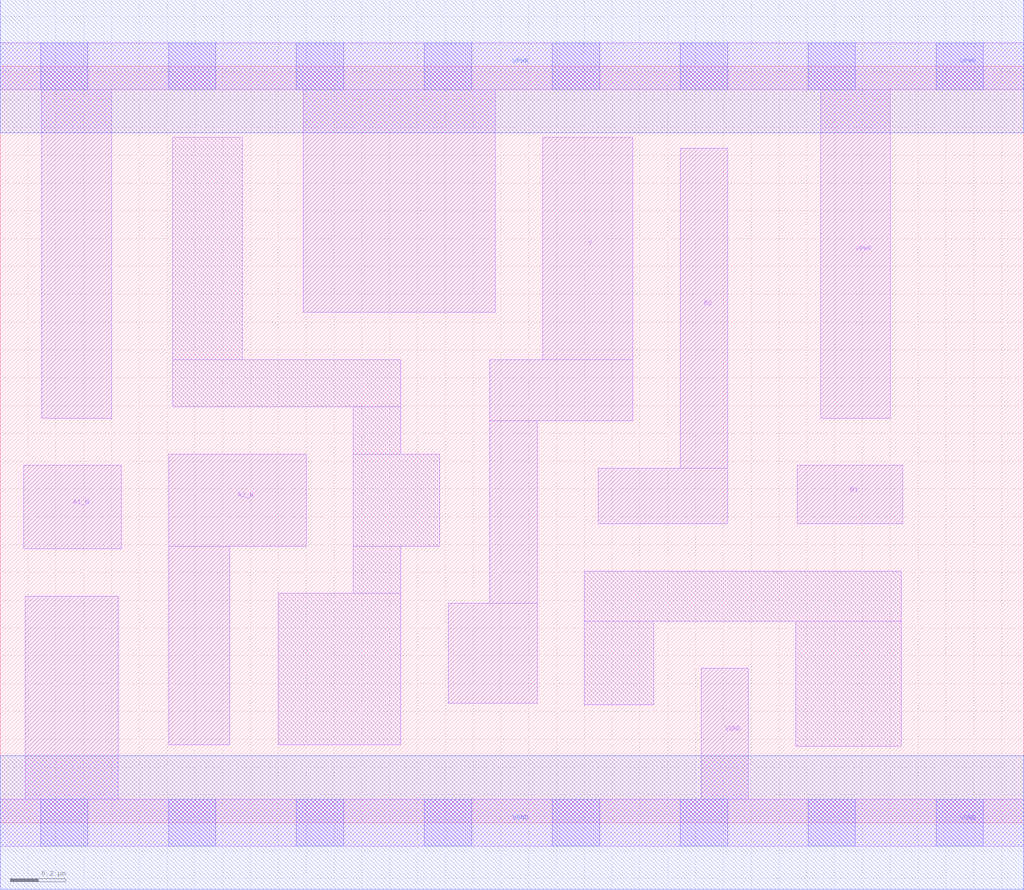
<source format=lef>
# Copyright 2020 The SkyWater PDK Authors
#
# Licensed under the Apache License, Version 2.0 (the "License");
# you may not use this file except in compliance with the License.
# You may obtain a copy of the License at
#
#     https://www.apache.org/licenses/LICENSE-2.0
#
# Unless required by applicable law or agreed to in writing, software
# distributed under the License is distributed on an "AS IS" BASIS,
# WITHOUT WARRANTIES OR CONDITIONS OF ANY KIND, either express or implied.
# See the License for the specific language governing permissions and
# limitations under the License.
#
# SPDX-License-Identifier: Apache-2.0

VERSION 5.7 ;
  NAMESCASESENSITIVE ON ;
  NOWIREEXTENSIONATPIN ON ;
  DIVIDERCHAR "/" ;
  BUSBITCHARS "[]" ;
UNITS
  DATABASE MICRONS 200 ;
END UNITS
PROPERTYDEFINITIONS
  MACRO maskLayoutSubType STRING ;
  MACRO prCellType STRING ;
  MACRO originalViewName STRING ;
END PROPERTYDEFINITIONS
MACRO sky130_fd_sc_hdll__o2bb2ai_1
  CLASS CORE ;
  FOREIGN sky130_fd_sc_hdll__o2bb2ai_1 ;
  ORIGIN  0.000000  0.000000 ;
  SIZE  3.680000 BY  2.720000 ;
  SYMMETRY X Y R90 ;
  SITE unithd ;
  PIN A1_N
    ANTENNAGATEAREA  0.277500 ;
    DIRECTION INPUT ;
    USE SIGNAL ;
    PORT
      LAYER li1 ;
        RECT 0.085000 0.985000 0.435000 1.285000 ;
    END
  END A1_N
  PIN A2_N
    ANTENNAGATEAREA  0.277500 ;
    DIRECTION INPUT ;
    USE SIGNAL ;
    PORT
      LAYER li1 ;
        RECT 0.605000 0.280000 0.825000 0.995000 ;
        RECT 0.605000 0.995000 1.100000 1.325000 ;
    END
  END A2_N
  PIN B1
    ANTENNAGATEAREA  0.277500 ;
    DIRECTION INPUT ;
    USE SIGNAL ;
    PORT
      LAYER li1 ;
        RECT 2.865000 1.075000 3.245000 1.285000 ;
    END
  END B1
  PIN B2
    ANTENNAGATEAREA  0.277500 ;
    DIRECTION INPUT ;
    USE SIGNAL ;
    PORT
      LAYER li1 ;
        RECT 2.150000 1.075000 2.615000 1.275000 ;
        RECT 2.445000 1.275000 2.615000 2.425000 ;
    END
  END B2
  PIN Y
    ANTENNADIFFAREA  0.485500 ;
    DIRECTION OUTPUT ;
    USE SIGNAL ;
    PORT
      LAYER li1 ;
        RECT 1.610000 0.430000 1.930000 0.790000 ;
        RECT 1.760000 0.790000 1.930000 1.445000 ;
        RECT 1.760000 1.445000 2.275000 1.665000 ;
        RECT 1.950000 1.665000 2.275000 2.465000 ;
    END
  END Y
  PIN VGND
    DIRECTION INOUT ;
    USE GROUND ;
    PORT
      LAYER li1 ;
        RECT 0.000000 -0.085000 3.680000 0.085000 ;
        RECT 0.090000  0.085000 0.425000 0.815000 ;
        RECT 2.520000  0.085000 2.690000 0.555000 ;
      LAYER mcon ;
        RECT 0.145000 -0.085000 0.315000 0.085000 ;
        RECT 0.605000 -0.085000 0.775000 0.085000 ;
        RECT 1.065000 -0.085000 1.235000 0.085000 ;
        RECT 1.525000 -0.085000 1.695000 0.085000 ;
        RECT 1.985000 -0.085000 2.155000 0.085000 ;
        RECT 2.445000 -0.085000 2.615000 0.085000 ;
        RECT 2.905000 -0.085000 3.075000 0.085000 ;
        RECT 3.365000 -0.085000 3.535000 0.085000 ;
      LAYER met1 ;
        RECT 0.000000 -0.240000 3.680000 0.240000 ;
    END
  END VGND
  PIN VPWR
    DIRECTION INOUT ;
    USE POWER ;
    PORT
      LAYER li1 ;
        RECT 0.000000 2.635000 3.680000 2.805000 ;
        RECT 0.150000 1.455000 0.400000 2.635000 ;
        RECT 1.090000 1.835000 1.780000 2.635000 ;
        RECT 2.950000 1.455000 3.200000 2.635000 ;
      LAYER mcon ;
        RECT 0.145000 2.635000 0.315000 2.805000 ;
        RECT 0.605000 2.635000 0.775000 2.805000 ;
        RECT 1.065000 2.635000 1.235000 2.805000 ;
        RECT 1.525000 2.635000 1.695000 2.805000 ;
        RECT 1.985000 2.635000 2.155000 2.805000 ;
        RECT 2.445000 2.635000 2.615000 2.805000 ;
        RECT 2.905000 2.635000 3.075000 2.805000 ;
        RECT 3.365000 2.635000 3.535000 2.805000 ;
      LAYER met1 ;
        RECT 0.000000 2.480000 3.680000 2.960000 ;
    END
  END VPWR
  OBS
    LAYER li1 ;
      RECT 0.620000 1.495000 1.440000 1.665000 ;
      RECT 0.620000 1.665000 0.870000 2.465000 ;
      RECT 1.000000 0.280000 1.440000 0.825000 ;
      RECT 1.270000 0.825000 1.440000 0.995000 ;
      RECT 1.270000 0.995000 1.580000 1.325000 ;
      RECT 1.270000 1.325000 1.440000 1.495000 ;
      RECT 2.100000 0.425000 2.350000 0.725000 ;
      RECT 2.100000 0.725000 3.240000 0.905000 ;
      RECT 2.860000 0.275000 3.240000 0.725000 ;
  END
  PROPERTY maskLayoutSubType "abstract" ;
  PROPERTY prCellType "standard" ;
  PROPERTY originalViewName "layout" ;
END sky130_fd_sc_hdll__o2bb2ai_1

</source>
